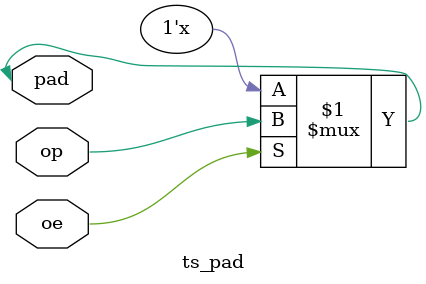
<source format=v>
module ts_pad (
  inout wire pad,
  input wire oe,
  input wire op
);
assign pad = oe ? op : 1'bz;
endmodule
</source>
